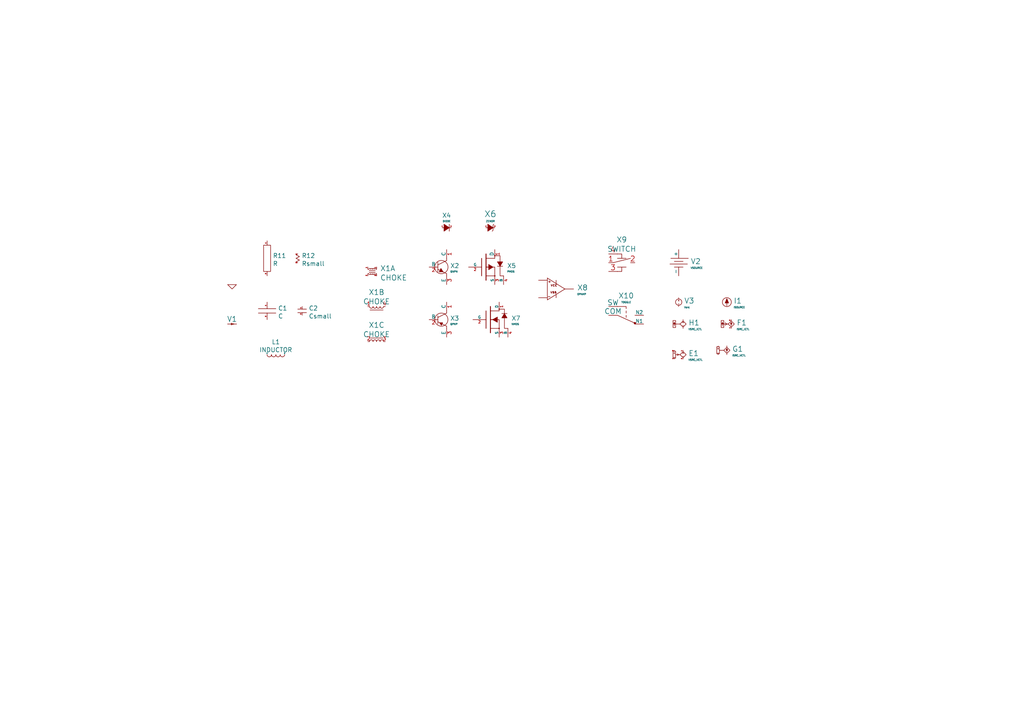
<source format=kicad_sch>
(kicad_sch (version 20210406) (generator eeschema)
  (paper "A4")
  (lib_symbols
    (symbol "spice-ngspice:0" (power) (pin_names (offset 0))
      (symbol "0_0_1"
        (polyline (pts (xy -1.27 0) (xy 0 -1.27) (xy 1.27 0) (xy -1.27 0)))
      )
      (symbol "0_1_1"
        (pin power_in line (at 0 0 0) (length 0) hide (name "0") (number "~"))
      )
    )
    (symbol "spice-ngspice:C" (pin_names (offset 0.254))
      (property "Reference" "C" (at 0 1.016 0))
      (property "Value" "C" (at 0 -1.27 0))
      (symbol "C_0_1"
        (polyline (pts (xy -2.54 -0.635) (xy 2.54 -0.635)))
        (polyline (pts (xy -2.54 0.635) (xy 2.54 0.635)))
      )
      (symbol "C_1_1"
        (pin passive line (at 0 2.54 270) (length 1.905) (name "~") (number "1"))
        (pin passive line (at 0 -2.54 90) (length 1.905) (name "~") (number "2"))
      )
    )
    (symbol "spice-ngspice:CHOKE" (pin_names (offset 1.016) hide)
      (property "Reference" "X" (at 2.54 1.905 0))
      (property "Value" "CHOKE" (at 2.54 -0.508 0))
      (symbol "CHOKE_1_0"
        (arc (start 0.3048 0.635) (end 0.8128 0.635) (radius (at 0.5588 0.635) (length 0.254) (angles -179.9 -0.1)))
        (arc (start 0.8382 1.905) (end 0.3302 1.905) (radius (at 0.5842 1.905) (length 0.254) (angles 0.1 179.9)))
        (arc (start 0.8128 0.635) (end 1.3208 0.635) (radius (at 1.0668 0.635) (length 0.254) (angles -179.9 -0.1)))
        (arc (start 1.3462 1.905) (end 0.8382 1.905) (radius (at 1.0922 1.905) (length 0.254) (angles 0.1 179.9)))
        (arc (start 1.3208 0.635) (end 1.8288 0.635) (radius (at 1.5748 0.635) (length 0.254) (angles -179.9 -0.1)))
        (arc (start 1.8542 1.905) (end 1.3462 1.905) (radius (at 1.6002 1.905) (length 0.254) (angles 0.1 179.9)))
        (arc (start 1.8288 0.635) (end 2.3368 0.635) (radius (at 2.0828 0.635) (length 0.254) (angles -179.9 -0.1)))
        (arc (start 2.3622 1.905) (end 1.8542 1.905) (radius (at 2.1082 1.905) (length 0.254) (angles 0.1 179.9)))
        (polyline (pts (xy 0.381 1.016) (xy 2.159 1.016)))
        (polyline (pts (xy 0.381 1.524) (xy 2.159 1.524)))
        (polyline (pts (xy 0.2794 0.635) (xy 0 0.635) (xy 0 0)))
        (polyline (pts (xy 0.3048 1.905) (xy 0 1.905) (xy 0 2.54)))
        (polyline (pts (xy 2.3114 0.635) (xy 2.54 0.635) (xy 2.54 0)))
        (polyline (pts (xy 2.3622 1.905) (xy 2.54 1.905) (xy 2.54 2.54)))
      )
      (symbol "CHOKE_1_1"
        (pin passive line (at 0 2.54 270) (length 0.254) (name "~") (number "1"))
        (pin passive line (at 0 0 90) (length 0.254) (name "~") (number "2"))
        (pin passive line (at 2.54 0 90) (length 0.254) (name "~") (number "3"))
        (pin passive line (at 2.54 2.54 270) (length 0.254) (name "~") (number "4"))
      )
      (symbol "CHOKE_2_0"
        (arc (start -2.032 0) (end -1.016 0) (radius (at -1.524 0) (length 0.508) (angles -179.9 -0.1)))
        (arc (start -1.016 0) (end 0 0) (radius (at -0.508 0) (length 0.508) (angles -179.9 -0.1)))
        (arc (start 0 0) (end 1.016 0) (radius (at 0.508 0) (length 0.508) (angles -179.9 -0.1)))
        (arc (start 1.016 0) (end 2.032 0) (radius (at 1.524 0) (length 0.508) (angles -179.9 -0.1)))
        (polyline (pts (xy -1.905 -1.016) (xy 1.905 -1.016)))
      )
      (symbol "CHOKE_2_1"
        (pin passive line (at -2.54 0 0) (length 0.508) (name "~") (number "1"))
        (pin passive line (at 2.54 0 180) (length 0.508) (name "~") (number "4"))
      )
      (symbol "CHOKE_3_0"
        (arc (start -1.016 0) (end -2.032 0) (radius (at -1.524 0) (length 0.508) (angles 0.1 179.9)))
        (arc (start 0 0) (end -1.016 0) (radius (at -0.508 0) (length 0.508) (angles 0.1 179.9)))
        (arc (start 1.016 0) (end 0 0) (radius (at 0.508 0) (length 0.508) (angles 0.1 179.9)))
        (arc (start 2.032 0) (end 1.016 0) (radius (at 1.524 0) (length 0.508) (angles 0.1 179.9)))
        (polyline (pts (xy -1.778 1.016) (xy 1.905 1.016)))
      )
      (symbol "CHOKE_3_1"
        (pin passive line (at -2.54 0 0) (length 0.508) (name "~") (number "2"))
        (pin passive line (at 2.54 0 180) (length 0.508) (name "~") (number "3"))
      )
    )
    (symbol "spice-ngspice:CURRENT_MEASURE" (pin_numbers hide) (pin_names (offset 1.016) hide)
      (property "Reference" "V" (at 1.27 0.508 0))
      (symbol "CURRENT_MEASURE_0_0"
        (polyline (pts (xy 2.54 0) (xy 0 0)))
        (polyline (pts (xy 1.778 0) (xy 1.016 0.254) (xy 1.016 -0.254) (xy 1.778 0)) (fill (type background)))
      )
      (symbol "CURRENT_MEASURE_1_1"
        (pin input line (at 0 0 0) (length 0) (name "~") (number "1"))
        (pin input line (at 2.54 0 180) (length 0) (name "~") (number "2"))
      )
    )
    (symbol "spice-ngspice:Csmall" (pin_names (offset 0.254))
      (property "Reference" "C" (at 0 2.54 0))
      (property "Value" "Csmall" (at 0 -0.254 0))
      (symbol "Csmall_0_1"
        (polyline (pts (xy -1.27 0.762) (xy 1.27 0.762)))
        (polyline (pts (xy -1.27 1.778) (xy 0.254 1.778) (xy 1.27 1.778)))
      )
      (symbol "Csmall_1_1"
        (pin passive line (at 0 2.54 270) (length 0.762) (name "~") (number "1"))
        (pin passive line (at 0 0 90) (length 0.762) (name "~") (number "2"))
      )
    )
    (symbol "spice-ngspice:DIODE" (pin_names (offset 1.016) hide)
      (property "Reference" "X" (at 2.54 0.762 0))
      (property "Value" "DIODE" (at 2.286 -0.508 0))
      (symbol "DIODE_0_0"
        (polyline (pts (xy 0 0) (xy 2.54 0)))
        (polyline (pts (xy 2.032 1.016) (xy 2.032 -1.016)))
        (polyline (pts (xy 0.508 1.016) (xy 0.508 -1.016) (xy 2.032 0) (xy 0.508 1.016)) (fill (type outline)))
      )
      (symbol "DIODE_1_1"
        (pin input line (at 0 0 0) (length 0) (name "A") (number "1"))
        (pin input line (at 2.54 0 180) (length 0) (name "K") (number "2"))
      )
    )
    (symbol "spice-ngspice:INDUCTOR" (pin_numbers hide) (pin_names (offset 0))
      (property "Reference" "L" (at 0 1.016 0))
      (property "Value" "INDUCTOR" (at 0 -1.016 0))
      (symbol "INDUCTOR_0_0"
        (arc (start -2.54 0) (end -1.27 0) (radius (at -1.905 0) (length 0.635) (angles -179.9 -0.1)))
        (arc (start -1.27 0) (end 0 0) (radius (at -0.635 0) (length 0.635) (angles -179.9 -0.1)))
        (arc (start 0 0) (end 1.27 0) (radius (at 0.635 0) (length 0.635) (angles -179.9 -0.1)))
        (arc (start 1.27 0) (end 2.54 0) (radius (at 1.905 0) (length 0.635) (angles -179.9 -0.1)))
      )
      (symbol "INDUCTOR_1_1"
        (pin input line (at -2.54 0 0) (length 0) (name "1") (number "1"))
        (pin input line (at 2.54 0 180) (length 0) (name "2") (number "2"))
      )
    )
    (symbol "spice-ngspice:ISOURCE" (pin_numbers hide) (pin_names (offset 1.016) hide)
      (property "Reference" "I" (at 0 3.048 0))
      (property "Value" "ISOURCE" (at 0.254 -0.508 0))
      (symbol "ISOURCE_0_0"
        (polyline (pts (xy 0 0.254) (xy 0 2.286) (xy -0.508 1.016) (xy 0.508 1.016) (xy 0 2.286)) (fill (type outline)))
      )
      (symbol "ISOURCE_0_1"
        (circle (center 0 1.27) (radius 1.2954))
      )
      (symbol "ISOURCE_1_1"
        (pin bidirectional line (at 0 0 90) (length 0) (name "E1") (number "1"))
        (pin bidirectional line (at 0 2.54 270) (length 0) (name "E2") (number "2"))
      )
    )
    (symbol "spice-ngspice:ISRC_ICTL" (pin_names (offset 0))
      (property "Reference" "F" (at 0 3.048 0))
      (property "Value" "ISRC_ICTL" (at -3.302 1.27 90))
      (symbol "ISRC_ICTL_0_0"
        (rectangle (start -2.921 2.286) (end -2.159 0.254))
        (polyline (pts (xy -0.889 1.27) (xy -2.159 1.27)))
        (polyline (pts (xy 0 2.159) (xy -0.889 1.27) (xy 0 0.381) (xy 0.889 1.27) (xy 0 2.159)))
        (polyline (pts (xy -2.54 0.762) (xy -2.54 1.778) (xy -2.794 1.27) (xy -2.286 1.27) (xy -2.54 1.778)) (fill (type outline)))
        (polyline (pts (xy 0 0.762) (xy 0 1.778) (xy -0.254 1.27) (xy 0.254 1.27) (xy 0 1.778)) (fill (type outline)))
      )
      (symbol "ISRC_ICTL_0_1"
        (polyline (pts (xy -1.778 1.651) (xy -1.27 1.27) (xy -1.778 0.889)))
      )
      (symbol "ISRC_ICTL_1_1"
        (pin bidirectional line (at 0 0 90) (length 0.381) (name "~") (number "1"))
        (pin bidirectional line (at 0 2.54 270) (length 0.381) (name "~") (number "2"))
      )
    )
    (symbol "spice-ngspice:ISRC_VCTL" (pin_numbers hide) (pin_names (offset 0))
      (property "Reference" "G" (at 0 3.048 0))
      (property "Value" "ISRC_VCTL" (at 0.254 -0.254 0))
      (symbol "ISRC_VCTL_0_0"
        (text "+" (at -2.54 1.778 0) (effects (font (size 0.508 0.508))))
        (text "-" (at -2.54 0.508 0) (effects (font (size 0.508 0.508))))
        (rectangle (start -2.921 2.286) (end -2.159 0.254))
        (polyline (pts (xy -0.889 1.27) (xy -2.159 1.27)))
        (polyline (pts (xy 0 2.159) (xy -0.889 1.27) (xy 0 0.381) (xy 0.889 1.27) (xy 0 2.159)))
        (polyline (pts (xy 0 0.762) (xy 0 1.778) (xy -0.254 1.27) (xy 0.254 1.27) (xy 0 1.778)) (fill (type outline)))
      )
      (symbol "ISRC_VCTL_1_1"
        (pin bidirectional line (at 0 2.54 270) (length 0.254) (name "~") (number "1"))
        (pin bidirectional line (at 0 0 90) (length 0.254) (name "~") (number "2"))
        (pin bidirectional line (at -2.54 2.54 270) (length 0.254) (name "~") (number "3"))
        (pin bidirectional line (at -2.54 0 90) (length 0.254) (name "~") (number "4"))
      )
    )
    (symbol "spice-ngspice:NMOS" (pin_names (offset 0))
      (property "Reference" "X" (at 0 4.826 0))
      (property "Value" "NMOS" (at 0 -4.572 0))
      (symbol "NMOS_0_1"
        (circle (center 2.54 -2.54) (radius 0.127))
        (circle (center 2.54 3.048) (radius 0.127))
        (polyline (pts (xy -1.27 -2.54) (xy -1.27 2.54)) (stroke (width 0.2032)))
        (polyline (pts (xy 0 -3.81) (xy 0 3.81)) (stroke (width 0.254)))
        (polyline (pts (xy 0.762 0) (xy 0 0)) (stroke (width 0.2032)))
        (polyline (pts (xy 2.54 -2.54) (xy 0 -2.54)))
        (polyline (pts (xy 2.54 2.54) (xy 0 2.54)))
        (polyline (pts (xy 4.826 1.778) (xy 3.302 1.778)))
        (polyline (pts (xy 2.032 0) (xy 2.54 0) (xy 2.54 -2.54)))
        (polyline (pts (xy 2.54 3.048) (xy 4.064 3.048) (xy 4.064 -2.54) (xy 5.08 -2.54)))
        (polyline (pts (xy 4.064 1.778) (xy 4.826 0.508) (xy 3.302 0.508) (xy 4.064 1.778)) (fill (type outline)))
        (polyline (pts (xy 0.635 0) (xy 2.032 0.762) (xy 2.032 -0.762) (xy 0.635 0) (xy 0.635 0)) (fill (type outline)))
      )
      (symbol "NMOS_1_1"
        (pin passive line (at 2.54 5.08 270) (length 2.54) (name "D") (number "1"))
        (pin input line (at -5.08 0 0) (length 3.81) (name "G") (number "2"))
        (pin passive line (at 2.54 -5.08 90) (length 2.54) (name "S") (number "3"))
        (pin input line (at 5.08 -5.08 90) (length 2.54) (name "B") (number "4"))
      )
    )
    (symbol "spice-ngspice:OPAMP" (pin_numbers hide) (pin_names (offset 1.016) hide)
      (property "Reference" "X" (at 2.54 2.54 0))
      (property "Value" "OPAMP" (at 1.27 0 0))
      (symbol "OPAMP_0_0"
        (text "+" (at -1.905 2.159 0) (effects (font (size 0.762 0.762))))
        (text "-" (at -2.032 -2.159 0) (effects (font (size 0.762 0.762))))
        (text "vcc" (at -0.635 1.143 0) (effects (font (size 0.762 0.762))))
        (text "vss" (at -0.762 -0.889 0) (effects (font (size 0.762 0.762))))
      )
      (symbol "OPAMP_0_1"
        (polyline (pts (xy -2.54 3.175) (xy 2.54 0) (xy -2.54 -3.175) (xy -2.54 3.175)))
      )
      (symbol "OPAMP_1_1"
        (pin input line (at -5.08 2.54 0) (length 2.54) (name "~") (number "1"))
        (pin input line (at -5.08 -2.54 0) (length 2.54) (name "~") (number "2"))
        (pin input line (at 0 2.54 270) (length 0.9652) (name "~") (number "3"))
        (pin input line (at 0 -2.54 90) (length 0.9652) (name "~") (number "4"))
        (pin output line (at 5.08 0 180) (length 2.54) (name "~") (number "5"))
      )
    )
    (symbol "spice-ngspice:PMOS" (pin_names (offset 0))
      (property "Reference" "X" (at 0 4.826 0))
      (property "Value" "PMOS" (at 0 -4.572 0))
      (symbol "PMOS_0_1"
        (circle (center 2.54 -2.54) (radius 0.127))
        (circle (center 2.54 3.302) (radius 0.127))
        (polyline (pts (xy -1.27 -2.54) (xy -1.27 2.54)) (stroke (width 0.2032)))
        (polyline (pts (xy 0 -3.81) (xy 0 3.81)) (stroke (width 0.254)))
        (polyline (pts (xy 0.762 0) (xy 0 0)) (stroke (width 0.2032)))
        (polyline (pts (xy 2.54 -2.54) (xy 0 -2.54)))
        (polyline (pts (xy 2.54 2.54) (xy 0 2.54)))
        (polyline (pts (xy 4.826 0.254) (xy 3.302 0.254)))
        (polyline (pts (xy 2.032 0) (xy 2.54 0) (xy 2.54 -2.54)))
        (polyline (pts (xy 2.54 3.302) (xy 4.064 3.302) (xy 4.064 -2.54) (xy 5.08 -2.54)))
        (polyline (pts (xy 0.762 0.762) (xy 0.762 -0.762) (xy 2.032 0) (xy 0.762 0.762)) (fill (type outline)))
        (polyline (pts (xy 3.302 1.524) (xy 4.826 1.524) (xy 4.064 0.254) (xy 3.302 1.524)) (fill (type outline)))
      )
      (symbol "PMOS_1_1"
        (pin passive line (at 2.54 5.08 270) (length 2.54) (name "D") (number "1"))
        (pin input line (at -5.08 0 0) (length 3.81) (name "G") (number "2"))
        (pin passive line (at 2.54 -5.08 90) (length 2.54) (name "S") (number "3"))
        (pin input line (at 5.08 -5.08 90) (length 2.54) (name "B") (number "4"))
      )
    )
    (symbol "spice-ngspice:QNPN" (pin_names (offset 0))
      (property "Reference" "X" (at 2.667 1.651 0))
      (property "Value" "QNPN" (at 2.667 -1.651 0))
      (symbol "QNPN_0_1"
        (circle (center 1.016 0) (radius 1.9304))
        (polyline (pts (xy 0 -1.397) (xy 0 1.397)))
        (polyline (pts (xy 2.54 -1.905) (xy 2.54 -2.54)))
        (polyline (pts (xy 2.54 1.905) (xy 2.54 2.54)))
        (polyline (pts (xy 0 0.635) (xy 1.27 1.27) (xy 2.54 1.905)))
        (polyline (pts (xy 0 -0.635) (xy 2.54 -1.905)) (fill (type outline)))
        (polyline (pts (xy 1.524 -1.397) (xy 0.889 -0.381) (xy 0.381 -1.397) (xy 1.524 -1.397) (xy 1.524 -1.397)) (fill (type outline)))
      )
      (symbol "QNPN_1_1"
        (pin passive line (at 2.54 5.08 270) (length 2.54) (name "C") (number "1"))
        (pin input line (at -2.54 0 0) (length 2.54) (name "B") (number "2"))
        (pin passive line (at 2.54 -5.08 90) (length 2.54) (name "E") (number "3"))
      )
    )
    (symbol "spice-ngspice:QPNP" (pin_names (offset 0))
      (property "Reference" "X" (at 2.667 1.524 0))
      (property "Value" "QPNP" (at 2.667 -2.032 0))
      (symbol "QPNP_0_1"
        (circle (center 1.016 0) (radius 1.905))
        (polyline (pts (xy 0 -1.27) (xy 0 1.143)))
        (polyline (pts (xy 0 0.635) (xy 2.54 1.905)))
        (polyline (pts (xy 2.54 -1.905) (xy 2.54 -2.54)))
        (polyline (pts (xy 2.54 1.905) (xy 2.54 2.54)))
        (polyline (pts (xy 0 -0.635) (xy 2.54 -1.905)) (fill (type outline)))
        (polyline (pts (xy 0.508 -0.889) (xy 1.397 -0.889) (xy 1.016 -1.651) (xy 0.508 -0.889) (xy 0.508 -0.889)) (fill (type outline)))
      )
      (symbol "QPNP_1_1"
        (pin passive line (at 2.54 5.08 270) (length 2.54) (name "C") (number "1"))
        (pin input line (at -2.54 0 0) (length 2.54) (name "B") (number "2"))
        (pin passive line (at 2.54 -5.08 90) (length 2.54) (name "E") (number "3"))
      )
    )
    (symbol "spice-ngspice:R" (pin_names (offset 0) hide)
      (property "Reference" "R" (at 0 5.08 0))
      (property "Value" "R" (at 0 0 90))
      (symbol "R_0_1"
        (rectangle (start -1.016 3.81) (end 1.016 -3.81))
      )
      (symbol "R_1_1"
        (pin passive line (at 0 5.08 270) (length 1.27) (name "~") (number "1"))
        (pin passive line (at 0 -5.08 90) (length 1.27) (name "~") (number "2"))
      )
    )
    (symbol "spice-ngspice:Rsmall" (pin_names (offset 0) hide)
      (property "Reference" "R" (at 0.635 1.905 0))
      (property "Value" "Rsmall" (at 0.635 1.27 0))
      (symbol "Rsmall_0_0"
        (polyline (pts (xy 0 2.54) (xy -0.508 2.286) (xy 0.508 1.778) (xy -0.508 1.27) (xy 0.508 0.762) (xy -0.508 0.254) (xy 0 0)))
      )
      (symbol "Rsmall_1_1"
        (pin passive line (at 0 2.54 270) (length 0) (name "1") (number "1"))
        (pin passive line (at 0 0 90) (length 0) (name "2") (number "2"))
      )
    )
    (symbol "spice-ngspice:SWITCH" (pin_names (offset 0) hide)
      (property "Reference" "X" (at -2.54 6.35 0))
      (property "Value" "SWITCH" (at 0 3.81 0))
      (symbol "SWITCH_0_1"
        (polyline (pts (xy -2.54 0) (xy 2.54 1.27) (xy 2.54 1.27)))
        (polyline (pts (xy -1.27 1.27) (xy 1.27 1.27) (xy 1.27 1.27)))
        (polyline (pts (xy -1.27 2.54) (xy 0 2.54) (xy 0 1.27) (xy 0 1.27)))
        (polyline (pts (xy -1.27 -2.54) (xy 0 -2.54) (xy 0 -1.27) (xy -1.27 -1.27) (xy 0 -1.27) (xy 1.27 -1.27) (xy 1.27 -1.27)))
      )
      (symbol "SWITCH_1_1"
        (pin passive line (at -3.81 0 0) (length 1.27) (name "~") (number "1"))
        (pin passive line (at 3.81 0 180) (length 1.27) (name "~") (number "2"))
        (pin passive line (at -3.81 -2.54 0) (length 2.54) (name "~") (number "3"))
        (pin passive line (at -3.81 2.54 0) (length 2.54) (name "0") (number "4"))
      )
    )
    (symbol "spice-ngspice:TOGGLE" (pin_numbers hide) (pin_names (offset 0))
      (property "Reference" "X" (at 0 -2.54 0))
      (property "Value" "TOGGLE" (at -2.54 -1.27 0))
      (symbol "TOGGLE_0_1"
        (circle (center 2.54 -2.286) (radius 0.254) (fill (type outline)))
        (polyline (pts (xy -2.54 0) (xy 2.54 -2.286)))
        (polyline (pts (xy 0 0) (xy 0 -0.635)))
        (polyline (pts (xy 0 1.27) (xy 0 0.635)))
        (polyline (pts (xy -2.54 2.54) (xy 0 2.54) (xy 0 1.905)))
      )
      (symbol "TOGGLE_1_1"
        (pin passive line (at -5.08 0 0) (length 2.54) (name "COM") (number "1"))
        (pin passive line (at 5.08 -2.54 180) (length 2.54) (name "N1") (number "2"))
        (pin input line (at 5.08 0 180) (length 2.54) (name "N2") (number "3"))
        (pin passive line (at -5.08 2.54 0) (length 2.54) (name "SW") (number "4"))
      )
    )
    (symbol "spice-ngspice:VSOURCE" (pin_numbers hide) (pin_names (offset 0))
      (property "Reference" "V" (at 0.635 1.27 0))
      (property "Value" "VSOURCE" (at 0.635 0 0))
      (symbol "VSOURCE_0_1"
        (polyline (pts (xy 1.27 2.54) (xy -1.27 2.54) (xy -1.27 2.54)))
        (polyline (pts (xy 1.27 4.191) (xy -1.27 4.191) (xy -1.27 4.191)))
        (polyline (pts (xy 2.54 3.429) (xy -2.54 3.429) (xy -2.54 3.429)))
        (polyline (pts (xy 2.794 5.08) (xy -2.286 5.08) (xy -2.286 5.08) (xy -2.286 5.08)))
      )
      (symbol "VSOURCE_1_1"
        (pin passive line (at 0 7.62 270) (length 2.54) (name "+") (number "1"))
        (pin passive line (at 0 0 90) (length 2.54) (name "-") (number "2"))
      )
    )
    (symbol "spice-ngspice:VSRC_ICTL" (pin_numbers hide) (pin_names (offset 0))
      (property "Reference" "H" (at 0 3.048 0))
      (property "Value" "VSRC_ICTL" (at -3.302 1.27 90))
      (symbol "VSRC_ICTL_0_0"
        (text "+" (at 0 1.778 0) (effects (font (size 0.508 0.508))))
        (text "-" (at 0 0.762 0) (effects (font (size 0.508 0.508))))
        (rectangle (start -2.921 2.286) (end -2.159 0.254))
        (polyline (pts (xy -0.889 1.27) (xy -2.159 1.27)))
        (polyline (pts (xy 0 2.159) (xy -0.889 1.27) (xy 0 0.381) (xy 0.889 1.27) (xy 0 2.159)))
        (polyline (pts (xy -2.54 0.762) (xy -2.54 1.778) (xy -2.794 1.27) (xy -2.286 1.27) (xy -2.54 1.778)) (fill (type outline)))
      )
      (symbol "VSRC_ICTL_1_1"
        (pin bidirectional line (at 0 2.54 270) (length 0.254) (name "~") (number "1"))
        (pin bidirectional line (at 0 0 90) (length 0.254) (name "~") (number "2"))
      )
    )
    (symbol "spice-ngspice:VSRC_VCTL" (pin_names (offset 0))
      (property "Reference" "E" (at 0 3.048 0))
      (property "Value" "VSRC_VCTL" (at 0.254 -0.254 0))
      (symbol "VSRC_VCTL_0_0"
        (text "+" (at -2.54 1.778 0) (effects (font (size 0.508 0.508))))
        (text "+" (at 0 1.778 0) (effects (font (size 0.508 0.508))))
        (text "-" (at -2.54 0.508 0) (effects (font (size 0.508 0.508))))
        (text "-" (at 0 0.762 0) (effects (font (size 0.508 0.508))))
        (rectangle (start -2.921 2.286) (end -2.159 0.254))
        (polyline (pts (xy -0.889 1.27) (xy -2.159 1.27)))
        (polyline (pts (xy 0 2.159) (xy -0.889 1.27) (xy 0 0.381) (xy 0.889 1.27) (xy 0 2.159)))
      )
      (symbol "VSRC_VCTL_0_1"
        (polyline (pts (xy -1.651 1.524) (xy -1.27 1.27) (xy -1.651 1.016)))
      )
      (symbol "VSRC_VCTL_1_1"
        (pin bidirectional line (at 0 2.54 270) (length 0.254) (name "~") (number "1"))
        (pin bidirectional line (at 0 0 90) (length 0.254) (name "~") (number "2"))
        (pin bidirectional line (at -2.54 2.54 270) (length 0.254) (name "~") (number "3"))
        (pin bidirectional line (at -2.54 0 90) (length 0.254) (name "~") (number "4"))
      )
    )
    (symbol "spice-ngspice:Vsrc" (pin_numbers hide) (pin_names (offset 0))
      (property "Reference" "V" (at 0 3.048 0))
      (property "Value" "Vsrc" (at 0.508 0 0))
      (symbol "Vsrc_0_0"
        (text "+" (at 0 1.778 0) (effects (font (size 0.508 0.508))))
        (text "-" (at 0 0.762 0) (effects (font (size 0.508 0.508))))
      )
      (symbol "Vsrc_0_1"
        (circle (center 0 1.27) (radius 0.9144))
      )
      (symbol "Vsrc_1_1"
        (pin bidirectional line (at 0 2.54 270) (length 0.254) (name "~") (number "1"))
        (pin bidirectional line (at 0 0 90) (length 0.254) (name "~") (number "2"))
      )
    )
    (symbol "spice-ngspice:ZENOR" (pin_names (offset 1.016) hide)
      (property "Reference" "X" (at 1.27 0.254 0))
      (property "Value" "ZENOR" (at 1.27 -0.508 0))
      (symbol "ZENOR_0_0"
        (polyline (pts (xy -1.27 0) (xy 1.27 0)))
        (polyline (pts (xy 1.016 1.016) (xy 0.762 0.762) (xy 0.762 -0.762) (xy 0.508 -1.016)))
        (polyline (pts (xy -0.762 1.016) (xy -0.762 -1.016) (xy 0.762 0) (xy -0.762 1.016)) (fill (type outline)))
      )
      (symbol "ZENOR_1_1"
        (pin input line (at -1.27 0 0) (length 0) (name "A") (number "1"))
        (pin input line (at 1.27 0 180) (length 0) (name "K") (number "2"))
      )
    )
  )
  (symbol (lib_id "spice-ngspice:CURRENT_MEASURE") (at 66.04 93.98 0) (unit 1)
    (property "Reference" "V1" (at 67.31 92.5425 0) (effects (font (size 1.524 1.524))))
    (property "Value" "CURRENT_MEASURE" (effects hide))
  )
  (symbol (lib_id "spice-ngspice:Rsmall") (at 86.36 76.2 0) (unit 1)
    (property "Reference" "R12" (at 87.5031 74.1691 0) (effects (justify left)))
    (property "Value" "Rsmall" (at 87.5031 76.4678 0) (effects (justify left)))
  )
  (symbol (lib_id "spice-ngspice:0") (at 67.31 82.55 0) (unit 1)
    (property "Reference" "#PWR0102" (effects hide))
    (property "Value" "0" (effects hide))
  )
  (symbol (lib_id "spice-ngspice:INDUCTOR") (at 80.01 102.87 0) (unit 1)
    (property "Reference" "L1" (at 80.01 99.1828 0))
    (property "Value" "INDUCTOR" (at 80.01 101.4815 0))
  )
  (symbol (lib_id "spice-ngspice:Vsrc") (at 196.85 88.9 0) (unit 1)
    (property "Reference" "V3" (at 198.3995 87.2495 0) (effects (font (size 1.524 1.524)) (justify left)))
    (property "Value" "Vsrc" (at 198.3995 89.1392 0) (effects (font (size 0.508 0.508)) (justify left)))
    (property "Datasheet" "[[DC]_VALUE]_[AC_[MAG_[PHASE]]]" (effects hide))
  )
  (symbol (lib_id "spice-ngspice:DIODE") (at 128.27 66.04 0) (unit 1)
    (property "Reference" "X4" (at 129.54 62.4786 0))
    (property "Value" "DIODE" (at 129.54 64.1639 0) (effects (font (size 0.508 0.508))))
  )
  (symbol (lib_id "spice-ngspice:ZENOR") (at 142.24 66.04 0) (unit 1)
    (property "Reference" "X6" (at 142.24 62.0696 0) (effects (font (size 1.778 1.778))))
    (property "Value" "ZENOR" (at 142.24 64.1638 0) (effects (font (size 0.508 0.508))))
    (property "Datasheet" "Vz=1.8" (effects hide))
  )
  (symbol (lib_id "spice-ngspice:CHOKE") (at 109.22 88.9 0) (unit 2)
    (property "Reference" "X1" (at 109.22 84.7549 0) (effects (font (size 1.524 1.524))))
    (property "Value" "CHOKE" (at 109.22 87.4625 0) (effects (font (size 1.524 1.524))))
    (property "Datasheet" "rdc rcom rdiff feq" (effects hide))
  )
  (symbol (lib_id "spice-ngspice:CHOKE") (at 109.22 99.06 0) (unit 3)
    (property "Reference" "X1" (at 109.22 94.2799 0) (effects (font (size 1.524 1.524))))
    (property "Value" "CHOKE" (at 109.22 96.9875 0) (effects (font (size 1.524 1.524))))
    (property "Datasheet" "rdc rcom rdiff feq" (effects hide))
  )
  (symbol (lib_id "spice-ngspice:Csmall") (at 87.63 91.44 0) (unit 1)
    (property "Reference" "C2" (at 89.5351 89.4091 0) (effects (justify left)))
    (property "Value" "Csmall" (at 89.5351 91.7078 0) (effects (justify left)))
  )
  (symbol (lib_id "spice-ngspice:ISOURCE") (at 210.82 88.9 0) (unit 1)
    (property "Reference" "I1" (at 212.7505 87.2495 0) (effects (font (size 1.524 1.524)) (justify left)))
    (property "Value" "ISOURCE" (at 212.7505 89.1392 0) (effects (font (size 0.508 0.508)) (justify left)))
    (property "Datasheet" "[[DC]_VALUE]_[AC_[MAG_[PHASE]]]" (effects hide))
  )
  (symbol (lib_id "spice-ngspice:CHOKE") (at 106.68 80.01 0) (unit 1)
    (property "Reference" "X1" (at 110.2361 77.8524 0) (effects (font (size 1.524 1.524)) (justify left)))
    (property "Value" "CHOKE" (at 110.2361 80.56 0) (effects (font (size 1.524 1.524)) (justify left)))
    (property "Datasheet" "rdc rcom rdiff feq" (effects hide))
  )
  (symbol (lib_id "spice-ngspice:VSRC_ICTL") (at 198.12 95.25 0) (unit 1)
    (property "Reference" "H1" (at 199.6441 93.5995 0) (effects (font (size 1.524 1.524)) (justify left)))
    (property "Value" "VSRC_ICTL" (at 199.6441 95.4892 0) (effects (font (size 0.508 0.508)) (justify left)))
    (property "Datasheet" "Vref#_ItoVgain" (effects hide))
  )
  (symbol (lib_id "spice-ngspice:VSRC_VCTL") (at 198.12 104.14 0) (unit 1)
    (property "Reference" "E1" (at 199.6441 102.4895 0) (effects (font (size 1.524 1.524)) (justify left)))
    (property "Value" "VSRC_VCTL" (at 199.6441 104.3792 0) (effects (font (size 0.508 0.508)) (justify left)))
  )
  (symbol (lib_id "spice-ngspice:ISRC_VCTL") (at 210.82 102.87 0) (unit 1)
    (property "Reference" "G1" (at 212.3441 101.2195 0) (effects (font (size 1.524 1.524)) (justify left)))
    (property "Value" "ISRC_VCTL" (at 212.3441 103.1092 0) (effects (font (size 0.508 0.508)) (justify left)))
  )
  (symbol (lib_id "spice-ngspice:ISRC_ICTL") (at 212.09 95.25 0) (unit 1)
    (property "Reference" "F1" (at 213.6141 93.5995 0) (effects (font (size 1.524 1.524)) (justify left)))
    (property "Value" "ISRC_ICTL" (at 213.6141 95.4892 0) (effects (font (size 0.508 0.508)) (justify left)))
    (property "Datasheet" "Vref#_ItoIgain" (effects hide))
  )
  (symbol (lib_id "spice-ngspice:R") (at 77.47 74.93 0) (unit 1)
    (property "Reference" "R11" (at 79.1211 74.1691 0) (effects (justify left)))
    (property "Value" "R" (at 79.1211 76.4678 0) (effects (justify left)))
  )
  (symbol (lib_id "spice-ngspice:C") (at 77.47 90.17 0) (unit 1)
    (property "Reference" "C1" (at 80.6451 89.4091 0) (effects (justify left)))
    (property "Value" "C" (at 80.6451 91.7078 0) (effects (justify left)))
  )
  (symbol (lib_id "spice-ngspice:VSOURCE") (at 196.85 80.01 0) (unit 1)
    (property "Reference" "V2" (at 200.2791 75.8195 0) (effects (font (size 1.524 1.524)) (justify left)))
    (property "Value" "VSOURCE" (at 200.2791 77.7092 0) (effects (font (size 0.508 0.508)) (justify left)))
    (property "Datasheet" "[[DC]_VALUE]_[AC]_[MAG_[PHASE]]]" (effects hide))
  )
  (symbol (lib_id "spice-ngspice:SWITCH") (at 180.34 76.2 0) (unit 1)
    (property "Reference" "X9" (at 180.34 69.5149 0) (effects (font (size 1.524 1.524))))
    (property "Value" "SWITCH" (at 180.34 72.2225 0) (effects (font (size 1.524 1.524))))
    (property "Datasheet" "SWITCH [ON][OFF]" (effects hide))
  )
  (symbol (lib_id "spice-ngspice:QPNP") (at 127 92.71 0) (unit 1)
    (property "Reference" "X3" (at 130.5561 92.3295 0) (effects (justify left)))
    (property "Value" "QPNP" (at 130.5561 94.0148 0) (effects (font (size 0.508 0.508)) (justify left)))
  )
  (symbol (lib_id "spice-ngspice:TOGGLE") (at 181.61 91.44 0) (unit 1)
    (property "Reference" "X10" (at 181.61 85.7691 0) (effects (font (size 1.524 1.524))))
    (property "Value" "TOGGLE" (at 181.61 87.6588 0) (effects (font (size 0.508 0.508))))
  )
  (symbol (lib_id "spice-ngspice:QNPN") (at 127 77.47 0) (unit 1)
    (property "Reference" "X2" (at 130.5815 77.0895 0) (effects (justify left)))
    (property "Value" "QNPN" (at 130.5815 78.7748 0) (effects (font (size 0.508 0.508)) (justify left)))
  )
  (symbol (lib_id "spice-ngspice:OPAMP") (at 161.29 83.82 0) (unit 1)
    (property "Reference" "X8" (at 167.3861 83.4395 0) (effects (font (size 1.524 1.524)) (justify left)))
    (property "Value" "OPAMP" (at 167.3861 85.3292 0) (effects (font (size 0.508 0.508)) (justify left)))
  )
  (symbol (lib_id "spice-ngspice:PMOS") (at 140.97 77.47 0) (unit 1)
    (property "Reference" "X5" (at 147.0661 77.0895 0) (effects (justify left)))
    (property "Value" "PMOS" (at 147.0661 78.7748 0) (effects (font (size 0.508 0.508)) (justify left)))
  )
  (symbol (lib_id "spice-ngspice:NMOS") (at 142.24 92.71 0) (unit 1)
    (property "Reference" "X7" (at 148.3361 92.3295 0) (effects (justify left)))
    (property "Value" "NMOS" (at 148.3361 94.0148 0) (effects (font (size 0.508 0.508)) (justify left)))
  )
)
</source>
